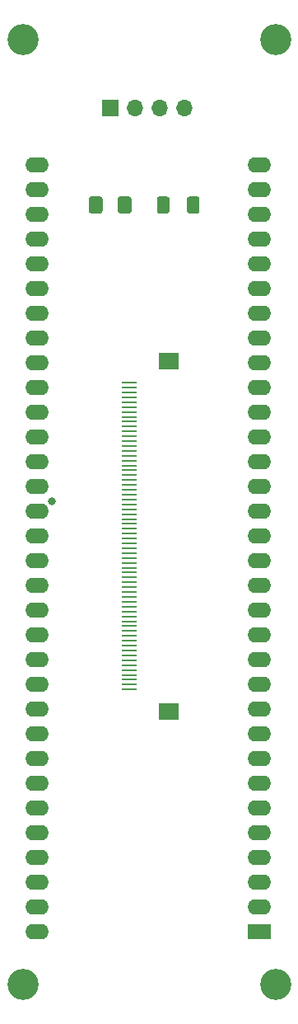
<source format=gbs>
%TF.GenerationSoftware,KiCad,Pcbnew,5.1.9+dfsg1-1*%
%TF.CreationDate,2022-02-08T20:28:24+01:00*%
%TF.ProjectId,flexPiStorm,666c6578-5069-4537-946f-726d2e6b6963,v2022.02.08*%
%TF.SameCoordinates,Original*%
%TF.FileFunction,Soldermask,Bot*%
%TF.FilePolarity,Negative*%
%FSLAX46Y46*%
G04 Gerber Fmt 4.6, Leading zero omitted, Abs format (unit mm)*
G04 Created by KiCad (PCBNEW 5.1.9+dfsg1-1) date 2022-02-08 20:28:24*
%MOMM*%
%LPD*%
G01*
G04 APERTURE LIST*
%ADD10R,2.000000X1.800000*%
%ADD11R,1.600000X0.250000*%
%ADD12R,2.400000X1.600000*%
%ADD13O,2.400000X1.600000*%
%ADD14R,1.700000X1.700000*%
%ADD15O,1.700000X1.700000*%
%ADD16C,3.200000*%
%ADD17C,0.800000*%
G04 APERTURE END LIST*
D10*
%TO.C,J2*%
X143050000Y-118050000D03*
X143050000Y-82050000D03*
D11*
X139000000Y-115750000D03*
X139000000Y-115250000D03*
X139000000Y-114750000D03*
X139000000Y-114250000D03*
X139000000Y-113750000D03*
X139000000Y-113250000D03*
X139000000Y-112750000D03*
X139000000Y-112250000D03*
X139000000Y-111750000D03*
X139000000Y-111250000D03*
X139000000Y-110750000D03*
X139000000Y-110250000D03*
X139000000Y-109750000D03*
X139000000Y-109250000D03*
X139000000Y-108750000D03*
X139000000Y-108250000D03*
X139000000Y-107750000D03*
X139000000Y-107250000D03*
X139000000Y-106750000D03*
X139000000Y-106250000D03*
X139000000Y-105750000D03*
X139000000Y-105250000D03*
X139000000Y-104750000D03*
X139000000Y-104250000D03*
X139000000Y-103750000D03*
X139000000Y-103250000D03*
X139000000Y-102750000D03*
X139000000Y-102250000D03*
X139000000Y-101750000D03*
X139000000Y-101250000D03*
X139000000Y-100750000D03*
X139000000Y-100250000D03*
X139000000Y-99750000D03*
X139000000Y-99250000D03*
X139000000Y-98750000D03*
X139000000Y-98250000D03*
X139000000Y-97750000D03*
X139000000Y-97250000D03*
X139000000Y-96750000D03*
X139000000Y-96250000D03*
X139000000Y-95750000D03*
X139000000Y-95250000D03*
X139000000Y-94750000D03*
X139000000Y-94250000D03*
X139000000Y-93750000D03*
X139000000Y-93250000D03*
X139000000Y-92750000D03*
X139000000Y-92250000D03*
X139000000Y-91750000D03*
X139000000Y-91250000D03*
X139000000Y-90750000D03*
X139000000Y-90250000D03*
X139000000Y-89750000D03*
X139000000Y-89250000D03*
X139000000Y-88750000D03*
X139000000Y-88250000D03*
X139000000Y-87750000D03*
X139000000Y-87250000D03*
X139000000Y-86750000D03*
X139000000Y-86250000D03*
X139000000Y-85750000D03*
X139000000Y-85250000D03*
X139000000Y-84750000D03*
X139000000Y-84250000D03*
%TD*%
D12*
%TO.C,U1*%
X152360000Y-140590000D03*
D13*
X129500000Y-61850000D03*
X152360000Y-138050000D03*
X129500000Y-64390000D03*
X152360000Y-135510000D03*
X129500000Y-66930000D03*
X152360000Y-132970000D03*
X129500000Y-69470000D03*
X152360000Y-130430000D03*
X129500000Y-72010000D03*
X152360000Y-127890000D03*
X129500000Y-74550000D03*
X152360000Y-125350000D03*
X129500000Y-77090000D03*
X152360000Y-122810000D03*
X129500000Y-79630000D03*
X152360000Y-120270000D03*
X129500000Y-82170000D03*
X152360000Y-117730000D03*
X129500000Y-84710000D03*
X152360000Y-115190000D03*
X129500000Y-87250000D03*
X152360000Y-112650000D03*
X129500000Y-89790000D03*
X152360000Y-110110000D03*
X129500000Y-92330000D03*
X152360000Y-107570000D03*
X129500000Y-94870000D03*
X152360000Y-105030000D03*
X129500000Y-97410000D03*
X152360000Y-102490000D03*
X129500000Y-99950000D03*
X152360000Y-99950000D03*
X129500000Y-102490000D03*
X152360000Y-97410000D03*
X129500000Y-105030000D03*
X152360000Y-94870000D03*
X129500000Y-107570000D03*
X152360000Y-92330000D03*
X129500000Y-110110000D03*
X152360000Y-89790000D03*
X129500000Y-112650000D03*
X152360000Y-87250000D03*
X129500000Y-115190000D03*
X152360000Y-84710000D03*
X129500000Y-117730000D03*
X152360000Y-82170000D03*
X129500000Y-120270000D03*
X152360000Y-79630000D03*
X129500000Y-122810000D03*
X152360000Y-77090000D03*
X129500000Y-125350000D03*
X152360000Y-74550000D03*
X129500000Y-127890000D03*
X152360000Y-72010000D03*
X129500000Y-130430000D03*
X152360000Y-69470000D03*
X129500000Y-132970000D03*
X152360000Y-66930000D03*
X129500000Y-135510000D03*
X152360000Y-64390000D03*
X129500000Y-138050000D03*
X152360000Y-61850000D03*
X129500000Y-140590000D03*
%TD*%
D14*
%TO.C,J1*%
X137000000Y-56000000D03*
D15*
X139540000Y-56000000D03*
X142080000Y-56000000D03*
X144620000Y-56000000D03*
%TD*%
D16*
%TO.C,H1*%
X128000000Y-49000000D03*
%TD*%
%TO.C,H2*%
X154000000Y-49000000D03*
%TD*%
%TO.C,H3*%
X154000000Y-146000000D03*
%TD*%
%TO.C,H4*%
X128000000Y-146000000D03*
%TD*%
%TO.C,D1*%
G36*
G01*
X139200000Y-65375000D02*
X139200000Y-66625000D01*
G75*
G02*
X138950000Y-66875000I-250000J0D01*
G01*
X138025000Y-66875000D01*
G75*
G02*
X137775000Y-66625000I0J250000D01*
G01*
X137775000Y-65375000D01*
G75*
G02*
X138025000Y-65125000I250000J0D01*
G01*
X138950000Y-65125000D01*
G75*
G02*
X139200000Y-65375000I0J-250000D01*
G01*
G37*
G36*
G01*
X136225000Y-65375000D02*
X136225000Y-66625000D01*
G75*
G02*
X135975000Y-66875000I-250000J0D01*
G01*
X135050000Y-66875000D01*
G75*
G02*
X134800000Y-66625000I0J250000D01*
G01*
X134800000Y-65375000D01*
G75*
G02*
X135050000Y-65125000I250000J0D01*
G01*
X135975000Y-65125000D01*
G75*
G02*
X136225000Y-65375000I0J-250000D01*
G01*
G37*
%TD*%
%TO.C,R1*%
G36*
G01*
X141800000Y-66625001D02*
X141800000Y-65374999D01*
G75*
G02*
X142049999Y-65125000I249999J0D01*
G01*
X142850001Y-65125000D01*
G75*
G02*
X143100000Y-65374999I0J-249999D01*
G01*
X143100000Y-66625001D01*
G75*
G02*
X142850001Y-66875000I-249999J0D01*
G01*
X142049999Y-66875000D01*
G75*
G02*
X141800000Y-66625001I0J249999D01*
G01*
G37*
G36*
G01*
X144900000Y-66625001D02*
X144900000Y-65374999D01*
G75*
G02*
X145149999Y-65125000I249999J0D01*
G01*
X145950001Y-65125000D01*
G75*
G02*
X146200000Y-65374999I0J-249999D01*
G01*
X146200000Y-66625001D01*
G75*
G02*
X145950001Y-66875000I-249999J0D01*
G01*
X145149999Y-66875000D01*
G75*
G02*
X144900000Y-66625001I0J249999D01*
G01*
G37*
%TD*%
D17*
X131025300Y-96395300D03*
M02*

</source>
